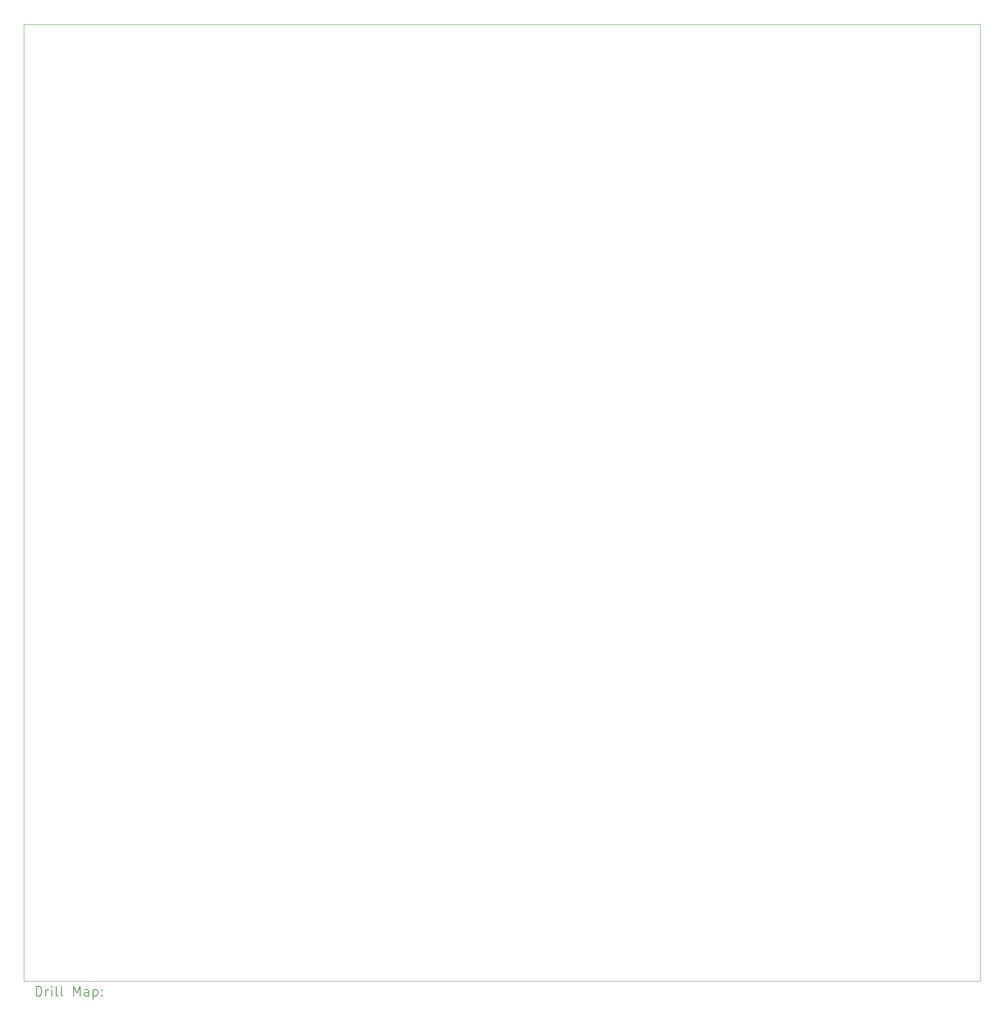
<source format=gbr>
%TF.GenerationSoftware,KiCad,Pcbnew,8.0.6*%
%TF.CreationDate,2024-11-10T21:16:16-06:00*%
%TF.ProjectId,BATER-IA_PCB,42415445-522d-4494-915f-5043422e6b69,01*%
%TF.SameCoordinates,Original*%
%TF.FileFunction,Drillmap*%
%TF.FilePolarity,Positive*%
%FSLAX45Y45*%
G04 Gerber Fmt 4.5, Leading zero omitted, Abs format (unit mm)*
G04 Created by KiCad (PCBNEW 8.0.6) date 2024-11-10 21:16:16*
%MOMM*%
%LPD*%
G01*
G04 APERTURE LIST*
%ADD10C,0.050000*%
%ADD11C,0.200000*%
G04 APERTURE END LIST*
D10*
X7003000Y-3000000D02*
X27003000Y-3000000D01*
X27003000Y-23000000D01*
X7003000Y-23000000D01*
X7003000Y-3000000D01*
D11*
X7261277Y-23313984D02*
X7261277Y-23113984D01*
X7261277Y-23113984D02*
X7308896Y-23113984D01*
X7308896Y-23113984D02*
X7337467Y-23123508D01*
X7337467Y-23123508D02*
X7356515Y-23142555D01*
X7356515Y-23142555D02*
X7366039Y-23161603D01*
X7366039Y-23161603D02*
X7375562Y-23199698D01*
X7375562Y-23199698D02*
X7375562Y-23228269D01*
X7375562Y-23228269D02*
X7366039Y-23266365D01*
X7366039Y-23266365D02*
X7356515Y-23285412D01*
X7356515Y-23285412D02*
X7337467Y-23304460D01*
X7337467Y-23304460D02*
X7308896Y-23313984D01*
X7308896Y-23313984D02*
X7261277Y-23313984D01*
X7461277Y-23313984D02*
X7461277Y-23180650D01*
X7461277Y-23218746D02*
X7470801Y-23199698D01*
X7470801Y-23199698D02*
X7480324Y-23190174D01*
X7480324Y-23190174D02*
X7499372Y-23180650D01*
X7499372Y-23180650D02*
X7518420Y-23180650D01*
X7585086Y-23313984D02*
X7585086Y-23180650D01*
X7585086Y-23113984D02*
X7575562Y-23123508D01*
X7575562Y-23123508D02*
X7585086Y-23133031D01*
X7585086Y-23133031D02*
X7594610Y-23123508D01*
X7594610Y-23123508D02*
X7585086Y-23113984D01*
X7585086Y-23113984D02*
X7585086Y-23133031D01*
X7708896Y-23313984D02*
X7689848Y-23304460D01*
X7689848Y-23304460D02*
X7680324Y-23285412D01*
X7680324Y-23285412D02*
X7680324Y-23113984D01*
X7813658Y-23313984D02*
X7794610Y-23304460D01*
X7794610Y-23304460D02*
X7785086Y-23285412D01*
X7785086Y-23285412D02*
X7785086Y-23113984D01*
X8042229Y-23313984D02*
X8042229Y-23113984D01*
X8042229Y-23113984D02*
X8108896Y-23256841D01*
X8108896Y-23256841D02*
X8175562Y-23113984D01*
X8175562Y-23113984D02*
X8175562Y-23313984D01*
X8356515Y-23313984D02*
X8356515Y-23209222D01*
X8356515Y-23209222D02*
X8346991Y-23190174D01*
X8346991Y-23190174D02*
X8327943Y-23180650D01*
X8327943Y-23180650D02*
X8289848Y-23180650D01*
X8289848Y-23180650D02*
X8270801Y-23190174D01*
X8356515Y-23304460D02*
X8337467Y-23313984D01*
X8337467Y-23313984D02*
X8289848Y-23313984D01*
X8289848Y-23313984D02*
X8270801Y-23304460D01*
X8270801Y-23304460D02*
X8261277Y-23285412D01*
X8261277Y-23285412D02*
X8261277Y-23266365D01*
X8261277Y-23266365D02*
X8270801Y-23247317D01*
X8270801Y-23247317D02*
X8289848Y-23237793D01*
X8289848Y-23237793D02*
X8337467Y-23237793D01*
X8337467Y-23237793D02*
X8356515Y-23228269D01*
X8451753Y-23180650D02*
X8451753Y-23380650D01*
X8451753Y-23190174D02*
X8470801Y-23180650D01*
X8470801Y-23180650D02*
X8508896Y-23180650D01*
X8508896Y-23180650D02*
X8527944Y-23190174D01*
X8527944Y-23190174D02*
X8537467Y-23199698D01*
X8537467Y-23199698D02*
X8546991Y-23218746D01*
X8546991Y-23218746D02*
X8546991Y-23275888D01*
X8546991Y-23275888D02*
X8537467Y-23294936D01*
X8537467Y-23294936D02*
X8527944Y-23304460D01*
X8527944Y-23304460D02*
X8508896Y-23313984D01*
X8508896Y-23313984D02*
X8470801Y-23313984D01*
X8470801Y-23313984D02*
X8451753Y-23304460D01*
X8632705Y-23294936D02*
X8642229Y-23304460D01*
X8642229Y-23304460D02*
X8632705Y-23313984D01*
X8632705Y-23313984D02*
X8623182Y-23304460D01*
X8623182Y-23304460D02*
X8632705Y-23294936D01*
X8632705Y-23294936D02*
X8632705Y-23313984D01*
X8632705Y-23190174D02*
X8642229Y-23199698D01*
X8642229Y-23199698D02*
X8632705Y-23209222D01*
X8632705Y-23209222D02*
X8623182Y-23199698D01*
X8623182Y-23199698D02*
X8632705Y-23190174D01*
X8632705Y-23190174D02*
X8632705Y-23209222D01*
M02*

</source>
